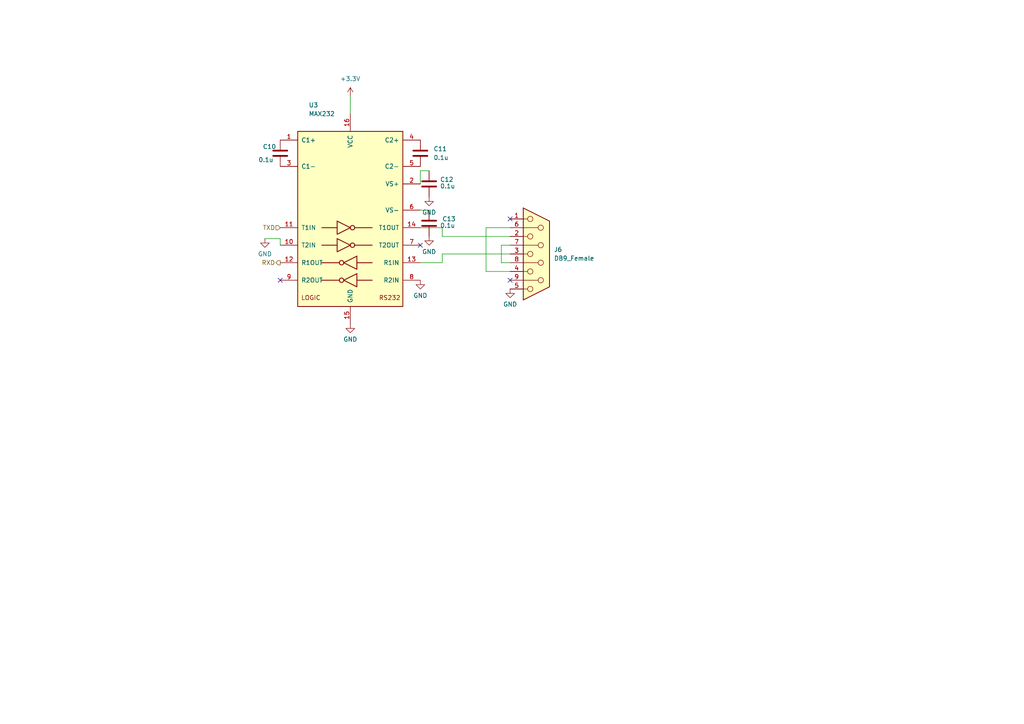
<source format=kicad_sch>
(kicad_sch (version 20211123) (generator eeschema)
  (paper "A4")
  (lib_symbols
    (symbol "Connector:DB9_Female" (pin_names (offset 1.016) hide)
      (property "Reference" "J" (at 0 13.97 0))
      (property "Value" "DB9_Female" (at 0 -14.605 0))
      (symbol "DB9_Female_0_1"
        (circle (center -1.778 -10.16) (radius 0.762))
        (circle (center -1.778 -5.08) (radius 0.762))
        (circle (center -1.778 0) (radius 0.762))
        (circle (center -1.778 5.08) (radius 0.762))
        (circle (center -1.778 10.16) (radius 0.762))
        (polyline (pts (xy -3.81 -10.16) (xy -2.54 -10.16)))
        (polyline (pts (xy -3.81 -7.62) (xy 0.508 -7.62)))
        (polyline (pts (xy -3.81 -5.08) (xy -2.54 -5.08)))
        (polyline (pts (xy -3.81 -2.54) (xy 0.508 -2.54)))
        (polyline (pts (xy -3.81 0) (xy -2.54 0)))
        (polyline (pts (xy -3.81 2.54) (xy 0.508 2.54)))
        (polyline (pts (xy -3.81 5.08) (xy -2.54 5.08)))
        (polyline (pts (xy -3.81 7.62) (xy 0.508 7.62)))
        (polyline (pts (xy -3.81 10.16) (xy -2.54 10.16)))
        (polyline (pts (xy -3.81 13.335) (xy -3.81 -13.335) (xy 3.81 -9.525) (xy 3.81 9.525) (xy -3.81 13.335)) (stroke (width 0.254)) (fill (type background)))
        (circle (center 1.27 -7.62) (radius 0.762))
        (circle (center 1.27 -2.54) (radius 0.762))
        (circle (center 1.27 2.54) (radius 0.762))
        (circle (center 1.27 7.62) (radius 0.762))
      )
      (symbol "DB9_Female_1_1"
        (pin passive line (at -7.62 10.16 0) (length 3.81) (name "1") (number "1"))
        (pin passive line (at -7.62 5.08 0) (length 3.81) (name "2") (number "2"))
        (pin passive line (at -7.62 0 0) (length 3.81) (name "3") (number "3"))
        (pin passive line (at -7.62 -5.08 0) (length 3.81) (name "4") (number "4"))
        (pin passive line (at -7.62 -10.16 0) (length 3.81) (name "5") (number "5"))
        (pin passive line (at -7.62 7.62 0) (length 3.81) (name "6") (number "6"))
        (pin passive line (at -7.62 2.54 0) (length 3.81) (name "7") (number "7"))
        (pin passive line (at -7.62 -2.54 0) (length 3.81) (name "8") (number "8"))
        (pin passive line (at -7.62 -7.62 0) (length 3.81) (name "9") (number "9"))
      )
    )
    (symbol "Device:C" (pin_numbers hide) (pin_names (offset 0.254))
      (property "Reference" "C" (at 0.635 2.54 0))
      (property "Value" "C" (at 0.635 -2.54 0))
      (symbol "C_0_1"
        (polyline (pts (xy -2.032 -0.762) (xy 2.032 -0.762)) (stroke (width 0.508)))
        (polyline (pts (xy -2.032 0.762) (xy 2.032 0.762)) (stroke (width 0.508)))
      )
      (symbol "C_1_1"
        (pin passive line (at 0 3.81 270) (length 2.794) (name "~") (number "1"))
        (pin passive line (at 0 -3.81 90) (length 2.794) (name "~") (number "2"))
      )
    )
    (symbol "Interface_UART:MAX232" (pin_names (offset 1.016))
      (property "Reference" "U" (at -2.54 28.575 0))
      (property "Value" "MAX232" (at -2.54 26.67 0))
      (symbol "MAX232_0_0"
        (text "LOGIC" (at -11.43 -22.86 0) (effects (font (size 1.27 1.27))))
        (text "RS232" (at 11.43 -22.86 0) (effects (font (size 1.27 1.27))))
      )
      (symbol "MAX232_0_1"
        (rectangle (start -15.24 -25.4) (end 15.24 25.4) (stroke (width 0.254)) (fill (type background)))
        (circle (center -2.54 -17.78) (radius 0.635) (stroke (width 0.254)))
        (circle (center -2.54 -12.7) (radius 0.635) (stroke (width 0.254)))
        (polyline (pts (xy -3.81 -7.62) (xy -8.255 -7.62)) (stroke (width 0.254)))
        (polyline (pts (xy -3.81 -2.54) (xy -8.255 -2.54)) (stroke (width 0.254)))
        (polyline (pts (xy -3.175 -17.78) (xy -8.255 -17.78)) (stroke (width 0.254)))
        (polyline (pts (xy -3.175 -12.7) (xy -8.255 -12.7)) (stroke (width 0.254)))
        (polyline (pts (xy 1.27 -7.62) (xy 6.35 -7.62)) (stroke (width 0.254)))
        (polyline (pts (xy 1.27 -2.54) (xy 6.35 -2.54)) (stroke (width 0.254)))
        (polyline (pts (xy 1.905 -17.78) (xy 6.35 -17.78)) (stroke (width 0.254)))
        (polyline (pts (xy 1.905 -12.7) (xy 6.35 -12.7)) (stroke (width 0.254)))
        (polyline (pts (xy -3.81 -5.715) (xy -3.81 -9.525) (xy 0 -7.62) (xy -3.81 -5.715)) (stroke (width 0.254)))
        (polyline (pts (xy -3.81 -0.635) (xy -3.81 -4.445) (xy 0 -2.54) (xy -3.81 -0.635)) (stroke (width 0.254)))
        (polyline (pts (xy 1.905 -15.875) (xy 1.905 -19.685) (xy -1.905 -17.78) (xy 1.905 -15.875)) (stroke (width 0.254)))
        (polyline (pts (xy 1.905 -10.795) (xy 1.905 -14.605) (xy -1.905 -12.7) (xy 1.905 -10.795)) (stroke (width 0.254)))
        (circle (center 0.635 -7.62) (radius 0.635) (stroke (width 0.254)))
        (circle (center 0.635 -2.54) (radius 0.635) (stroke (width 0.254)))
      )
      (symbol "MAX232_1_1"
        (pin passive line (at -20.32 22.86 0) (length 5.08) (name "C1+") (number "1"))
        (pin input line (at -20.32 -7.62 0) (length 5.08) (name "T2IN") (number "10"))
        (pin input line (at -20.32 -2.54 0) (length 5.08) (name "T1IN") (number "11"))
        (pin output line (at -20.32 -12.7 0) (length 5.08) (name "R1OUT") (number "12"))
        (pin input line (at 20.32 -12.7 180) (length 5.08) (name "R1IN") (number "13"))
        (pin output line (at 20.32 -2.54 180) (length 5.08) (name "T1OUT") (number "14"))
        (pin power_in line (at 0 -30.48 90) (length 5.08) (name "GND") (number "15"))
        (pin power_in line (at 0 30.48 270) (length 5.08) (name "VCC") (number "16"))
        (pin power_out line (at 20.32 10.16 180) (length 5.08) (name "VS+") (number "2"))
        (pin passive line (at -20.32 15.24 0) (length 5.08) (name "C1-") (number "3"))
        (pin passive line (at 20.32 22.86 180) (length 5.08) (name "C2+") (number "4"))
        (pin passive line (at 20.32 15.24 180) (length 5.08) (name "C2-") (number "5"))
        (pin power_out line (at 20.32 2.54 180) (length 5.08) (name "VS-") (number "6"))
        (pin output line (at 20.32 -7.62 180) (length 5.08) (name "T2OUT") (number "7"))
        (pin input line (at 20.32 -17.78 180) (length 5.08) (name "R2IN") (number "8"))
        (pin output line (at -20.32 -17.78 0) (length 5.08) (name "R2OUT") (number "9"))
      )
    )
    (symbol "power:+3.3V" (power) (pin_names (offset 0))
      (property "Value" "+3.3V" (at 0 3.556 0))
      (symbol "+3.3V_0_1"
        (polyline (pts (xy -0.762 1.27) (xy 0 2.54)))
        (polyline (pts (xy 0 0) (xy 0 2.54)))
        (polyline (pts (xy 0 2.54) (xy 0.762 1.27)))
      )
      (symbol "+3.3V_1_1"
        (pin power_in line (at 0 0 90) (length 0) hide (name "+3.3V") (number "1"))
      )
    )
    (symbol "power:GND" (power) (pin_names (offset 0))
      (property "Value" "GND" (at 0 -3.81 0))
      (symbol "GND_0_1"
        (polyline (pts (xy 0 0) (xy 0 -1.27) (xy 1.27 -1.27) (xy 0 -2.54) (xy -1.27 -1.27) (xy 0 -1.27)))
      )
      (symbol "GND_1_1"
        (pin power_in line (at 0 0 270) (length 0) hide (name "GND") (number "1"))
      )
    )
  )
  (no_connect (at 81.28 81.28))
  (no_connect (at 147.955 81.28))
  (no_connect (at 121.92 71.12))
  (no_connect (at 147.955 63.5))
  (wire (pts (xy 121.92 53.34) (xy 121.92 49.53)))
  (wire (pts (xy 128.27 73.66) (xy 128.27 76.2)))
  (wire (pts (xy 81.28 71.12) (xy 81.28 69.215)))
  (wire (pts (xy 121.92 60.96) (xy 124.46 60.96)))
  (wire (pts (xy 145.415 76.2) (xy 147.955 76.2)))
  (wire (pts (xy 147.955 66.04) (xy 140.97 66.04)))
  (wire (pts (xy 140.97 78.74) (xy 147.955 78.74)))
  (wire (pts (xy 121.92 76.2) (xy 128.27 76.2)))
  (wire (pts (xy 147.955 71.12) (xy 145.415 71.12)))
  (wire (pts (xy 140.97 66.04) (xy 140.97 78.74)))
  (wire (pts (xy 145.415 71.12) (xy 145.415 76.2)))
  (wire (pts (xy 128.27 68.58) (xy 147.955 68.58)))
  (wire (pts (xy 101.6 27.94) (xy 101.6 33.02)))
  (wire (pts (xy 81.28 69.215) (xy 76.835 69.215)))
  (wire (pts (xy 121.92 49.53) (xy 124.46 49.53)))
  (wire (pts (xy 128.27 73.66) (xy 147.955 73.66)))
  (wire (pts (xy 121.92 66.04) (xy 128.27 66.04)))
  (wire (pts (xy 128.27 66.04) (xy 128.27 68.58)))
  (hierarchical_label "TXD" (shape input) (at 81.28 66.04 180))
  (hierarchical_label "RXD" (shape output) (at 81.28 76.2 180))
  (symbol (lib_id "power:GND") (at 124.46 57.15 0) (unit 1)
    (property "Reference" "#PWR040" (effects hide))
    (property "Value" "GND" (at 124.46 61.595 0))
  )
  (symbol (lib_id "power:GND") (at 101.6 93.98 0) (unit 1)
    (property "Reference" "#PWR038" (effects hide))
    (property "Value" "GND" (at 101.6 98.425 0))
  )
  (symbol (lib_id "Device:C") (at 121.92 44.45 0) (unit 1)
    (property "Reference" "C11" (at 125.73 43.1799 0) (effects (justify left)))
    (property "Value" "0.1u" (at 125.73 45.7199 0) (effects (justify left)))
    (property "Footprint" "Capacitor_SMD:C_0603_1608Metric_Pad1.08x0.95mm_HandSolder" (effects hide))
  )
  (symbol (lib_id "power:GND") (at 121.92 81.28 0) (unit 1)
    (property "Reference" "#PWR039" (effects hide))
    (property "Value" "GND" (at 121.92 85.725 0))
  )
  (symbol (lib_id "Interface_UART:MAX232") (at 101.6 63.5 0) (unit 1)
    (property "Reference" "U3" (at 89.535 30.48 0) (effects (justify left)))
    (property "Value" "MAX232" (at 89.535 33.02 0) (effects (justify left)))
    (property "Footprint" "Package_SO:SO-16_3.9x9.9mm_P1.27mm" (effects hide))
    (property "Datasheet" "http://www.ti.com/lit/ds/symlink/max232.pdf" (effects hide))
  )
  (symbol (lib_id "Device:C") (at 124.46 53.34 180) (unit 1)
    (property "Reference" "C12" (at 127.635 52.0699 0) (effects (justify right)))
    (property "Value" "0.1u" (at 127.635 53.975 0) (effects (justify right)))
    (property "Footprint" "Capacitor_SMD:C_0603_1608Metric_Pad1.08x0.95mm_HandSolder" (effects hide))
  )
  (symbol (lib_id "power:GND") (at 76.835 69.215 0) (unit 1)
    (property "Reference" "#PWR036" (effects hide))
    (property "Value" "GND" (at 76.835 73.66 0))
  )
  (symbol (lib_id "Device:C") (at 124.46 64.77 0) (unit 1)
    (property "Reference" "C13" (at 128.27 63.5 0) (effects (justify left)))
    (property "Value" "0.1u" (at 127.635 65.405 0) (effects (justify left)))
    (property "Footprint" "Capacitor_SMD:C_0603_1608Metric_Pad1.08x0.95mm_HandSolder" (effects hide))
  )
  (symbol (lib_id "Connector:DB9_Female") (at 155.575 73.66 0) (unit 1)
    (property "Reference" "J6" (at 160.655 72.3899 0) (effects (justify left)))
    (property "Value" "DB9_Female" (at 160.655 74.9299 0) (effects (justify left)))
    (property "Footprint" "G17C0900132EU:G17C0900132EU" (effects hide))
    (property "Datasheet" " ~" (effects hide))
  )
  (symbol (lib_id "power:+3.3V") (at 101.6 27.94 0) (unit 1)
    (property "Reference" "#PWR037" (effects hide))
    (property "Value" "+3.3V" (at 101.6 22.86 0))
  )
  (symbol (lib_id "power:GND") (at 147.955 83.82 0) (unit 1)
    (property "Reference" "#PWR042" (effects hide))
    (property "Value" "GND" (at 147.955 88.265 0))
  )
  (symbol (lib_id "power:GND") (at 124.46 68.58 0) (unit 1)
    (property "Reference" "#PWR041" (effects hide))
    (property "Value" "GND" (at 124.46 73.025 0))
  )
  (symbol (lib_id "Device:C") (at 81.28 44.45 0) (unit 1)
    (property "Reference" "C10" (at 76.2 42.545 0) (effects (justify left)))
    (property "Value" "0.1u" (at 74.93 46.355 0) (effects (justify left)))
    (property "Footprint" "Capacitor_SMD:C_0603_1608Metric_Pad1.08x0.95mm_HandSolder" (effects hide))
  )
)
</source>
